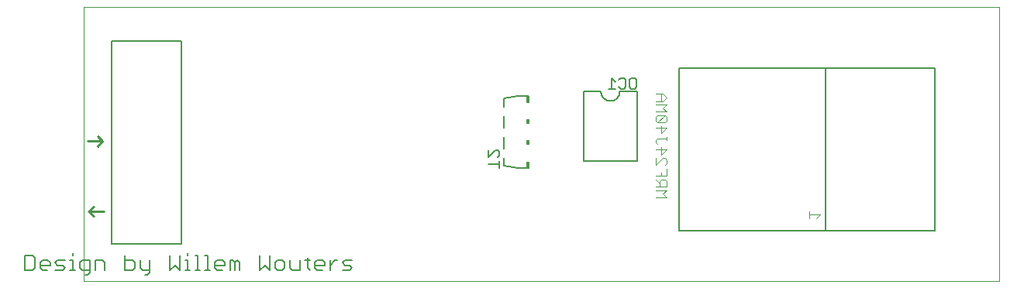
<source format=gbo>
G75*
G70*
%OFA0B0*%
%FSLAX24Y24*%
%IPPOS*%
%LPD*%
%AMOC8*
5,1,8,0,0,1.08239X$1,22.5*
%
%ADD10C,0.0000*%
%ADD11C,0.0060*%
%ADD12C,0.0100*%
%ADD13C,0.0050*%
%ADD14C,0.0040*%
%ADD15R,0.0150X0.0300*%
%ADD16R,0.0150X0.0200*%
D10*
X000330Y001028D02*
X000330Y012839D01*
X039700Y012839D01*
X039700Y001028D01*
X000330Y001028D01*
D11*
X000379Y001284D02*
X000486Y001284D01*
X000593Y001391D01*
X000593Y001925D01*
X000273Y001925D01*
X000166Y001818D01*
X000166Y001605D01*
X000273Y001498D01*
X000593Y001498D01*
X000810Y001498D02*
X000810Y001925D01*
X001131Y001925D01*
X001237Y001818D01*
X001237Y001498D01*
X002099Y001498D02*
X002420Y001498D01*
X002526Y001605D01*
X002526Y001818D01*
X002420Y001925D01*
X002099Y001925D01*
X002744Y001925D02*
X002744Y001605D01*
X002851Y001498D01*
X003171Y001498D01*
X003171Y001391D02*
X003064Y001284D01*
X002957Y001284D01*
X003171Y001391D02*
X003171Y001925D01*
X002099Y002138D02*
X002099Y001498D01*
X004033Y001498D02*
X004033Y002138D01*
X004460Y002138D02*
X004460Y001498D01*
X004247Y001711D01*
X004033Y001498D01*
X004678Y001498D02*
X004891Y001498D01*
X004784Y001498D02*
X004784Y001925D01*
X004678Y001925D01*
X004784Y002138D02*
X004784Y002245D01*
X005107Y002138D02*
X005214Y002138D01*
X005214Y001498D01*
X005107Y001498D02*
X005321Y001498D01*
X005537Y001498D02*
X005751Y001498D01*
X005644Y001498D02*
X005644Y002138D01*
X005537Y002138D01*
X005967Y001818D02*
X006073Y001925D01*
X006287Y001925D01*
X006394Y001818D01*
X006394Y001711D01*
X005967Y001711D01*
X005967Y001605D02*
X005967Y001818D01*
X005967Y001605D02*
X006073Y001498D01*
X006287Y001498D01*
X006611Y001498D02*
X006611Y001925D01*
X006718Y001925D01*
X006825Y001818D01*
X006932Y001925D01*
X007038Y001818D01*
X007038Y001498D01*
X006825Y001498D02*
X006825Y001818D01*
X007900Y002138D02*
X007900Y001498D01*
X008114Y001711D01*
X008327Y001498D01*
X008327Y002138D01*
X008545Y001818D02*
X008545Y001605D01*
X008652Y001498D01*
X008865Y001498D01*
X008972Y001605D01*
X008972Y001818D01*
X008865Y001925D01*
X008652Y001925D01*
X008545Y001818D01*
X009189Y001925D02*
X009189Y001605D01*
X009296Y001498D01*
X009616Y001498D01*
X009616Y001925D01*
X009834Y001925D02*
X010048Y001925D01*
X009941Y002032D02*
X009941Y001605D01*
X010048Y001498D01*
X010264Y001605D02*
X010264Y001818D01*
X010370Y001925D01*
X010584Y001925D01*
X010691Y001818D01*
X010691Y001711D01*
X010264Y001711D01*
X010264Y001605D02*
X010370Y001498D01*
X010584Y001498D01*
X010908Y001498D02*
X010908Y001925D01*
X010908Y001711D02*
X011122Y001925D01*
X011229Y001925D01*
X011445Y001818D02*
X011552Y001925D01*
X011872Y001925D01*
X011766Y001711D02*
X011552Y001711D01*
X011445Y001818D01*
X011766Y001711D02*
X011872Y001605D01*
X011766Y001498D01*
X011445Y001498D01*
X-000050Y001498D02*
X-000264Y001498D01*
X-000157Y001498D02*
X-000157Y001925D01*
X-000264Y001925D01*
X-000481Y001925D02*
X-000802Y001925D01*
X-000908Y001818D01*
X-000802Y001711D01*
X-000588Y001711D01*
X-000481Y001605D01*
X-000588Y001498D01*
X-000908Y001498D01*
X-001233Y001498D02*
X-001446Y001498D01*
X-001553Y001605D01*
X-001553Y001818D01*
X-001446Y001925D01*
X-001233Y001925D01*
X-001126Y001818D01*
X-001126Y001711D01*
X-001553Y001711D01*
X-001771Y001605D02*
X-001771Y002032D01*
X-001877Y002138D01*
X-002198Y002138D01*
X-002198Y001498D01*
X-001877Y001498D01*
X-001771Y001605D01*
X-000157Y002138D02*
X-000157Y002245D01*
X018400Y005998D02*
X018400Y006348D01*
X018400Y005998D02*
X019000Y005898D01*
X019450Y005898D01*
X021821Y006184D02*
X024121Y006184D01*
X024121Y009184D01*
X023371Y009184D01*
X023369Y009145D01*
X023363Y009106D01*
X023354Y009068D01*
X023341Y009031D01*
X023324Y008995D01*
X023304Y008962D01*
X023280Y008930D01*
X023254Y008901D01*
X023225Y008875D01*
X023193Y008851D01*
X023160Y008831D01*
X023124Y008814D01*
X023087Y008801D01*
X023049Y008792D01*
X023010Y008786D01*
X022971Y008784D01*
X022932Y008786D01*
X022893Y008792D01*
X022855Y008801D01*
X022818Y008814D01*
X022782Y008831D01*
X022749Y008851D01*
X022717Y008875D01*
X022688Y008901D01*
X022662Y008930D01*
X022638Y008962D01*
X022618Y008995D01*
X022601Y009031D01*
X022588Y009068D01*
X022579Y009106D01*
X022573Y009145D01*
X022571Y009184D01*
X021821Y009184D01*
X021821Y006184D01*
X018400Y006748D02*
X018400Y007248D01*
X018400Y007648D02*
X018400Y008148D01*
X018400Y008548D02*
X018400Y008898D01*
X019000Y008998D01*
X019450Y008998D01*
D12*
X001200Y004028D02*
X000540Y004028D01*
X000750Y004238D01*
X000540Y004028D02*
X000750Y003818D01*
X000930Y006848D02*
X001140Y007058D01*
X000930Y007268D01*
X001140Y007058D02*
X000480Y007058D01*
D13*
X001514Y011368D02*
X004514Y011368D01*
X004514Y002618D01*
X001514Y002618D01*
X001514Y011368D01*
X017735Y006673D02*
X017735Y006373D01*
X018035Y006673D01*
X018110Y006673D01*
X018185Y006598D01*
X018185Y006448D01*
X018110Y006373D01*
X018185Y006213D02*
X018185Y005913D01*
X018185Y006063D02*
X017735Y006063D01*
X025908Y003215D02*
X032208Y003215D01*
X036908Y003215D01*
X036908Y010215D01*
X032208Y010215D01*
X025908Y010215D01*
X025908Y003215D01*
X032208Y003215D02*
X032208Y010215D01*
X024096Y009684D02*
X024096Y009384D01*
X024021Y009309D01*
X023871Y009309D01*
X023796Y009384D01*
X023796Y009684D01*
X023871Y009759D01*
X024021Y009759D01*
X024096Y009684D01*
X023636Y009684D02*
X023561Y009759D01*
X023410Y009759D01*
X023335Y009684D01*
X023175Y009609D02*
X023025Y009759D01*
X023025Y009309D01*
X023175Y009309D02*
X022875Y009309D01*
X023335Y009384D02*
X023410Y009309D01*
X023561Y009309D01*
X023636Y009384D01*
X023636Y009684D01*
D14*
X024928Y009085D02*
X025235Y009085D01*
X025388Y008932D01*
X025235Y008778D01*
X024928Y008778D01*
X024928Y008625D02*
X025388Y008625D01*
X025235Y008471D01*
X025388Y008318D01*
X024928Y008318D01*
X025005Y008165D02*
X024928Y008088D01*
X024928Y007934D01*
X025005Y007858D01*
X025312Y008165D01*
X025005Y008165D01*
X025312Y008165D02*
X025388Y008088D01*
X025388Y007934D01*
X025312Y007858D01*
X025005Y007858D01*
X025158Y007704D02*
X025158Y007397D01*
X025388Y007627D01*
X024928Y007627D01*
X025005Y007167D02*
X025388Y007167D01*
X025388Y007090D02*
X025388Y007244D01*
X025005Y007167D02*
X024928Y007090D01*
X024928Y007014D01*
X025005Y006937D01*
X025158Y006783D02*
X025158Y006476D01*
X025388Y006707D01*
X024928Y006707D01*
X024928Y006323D02*
X024928Y006016D01*
X025235Y006323D01*
X025312Y006323D01*
X025388Y006246D01*
X025388Y006093D01*
X025312Y006016D01*
X025388Y005863D02*
X025388Y005556D01*
X024928Y005556D01*
X024928Y005402D02*
X025081Y005249D01*
X025081Y005325D02*
X025081Y005095D01*
X024928Y005095D02*
X025388Y005095D01*
X025388Y005325D01*
X025312Y005402D01*
X025158Y005402D01*
X025081Y005325D01*
X025158Y005556D02*
X025158Y005709D01*
X025388Y004942D02*
X024928Y004942D01*
X025235Y004788D02*
X025388Y004942D01*
X025235Y004788D02*
X025388Y004635D01*
X024928Y004635D01*
X031528Y004042D02*
X031528Y003735D01*
X031835Y003735D02*
X031988Y003888D01*
X031528Y003888D01*
X025158Y008778D02*
X025158Y009085D01*
D15*
X019425Y008848D03*
X019425Y006048D03*
D16*
X019425Y006998D03*
X019425Y007898D03*
M02*

</source>
